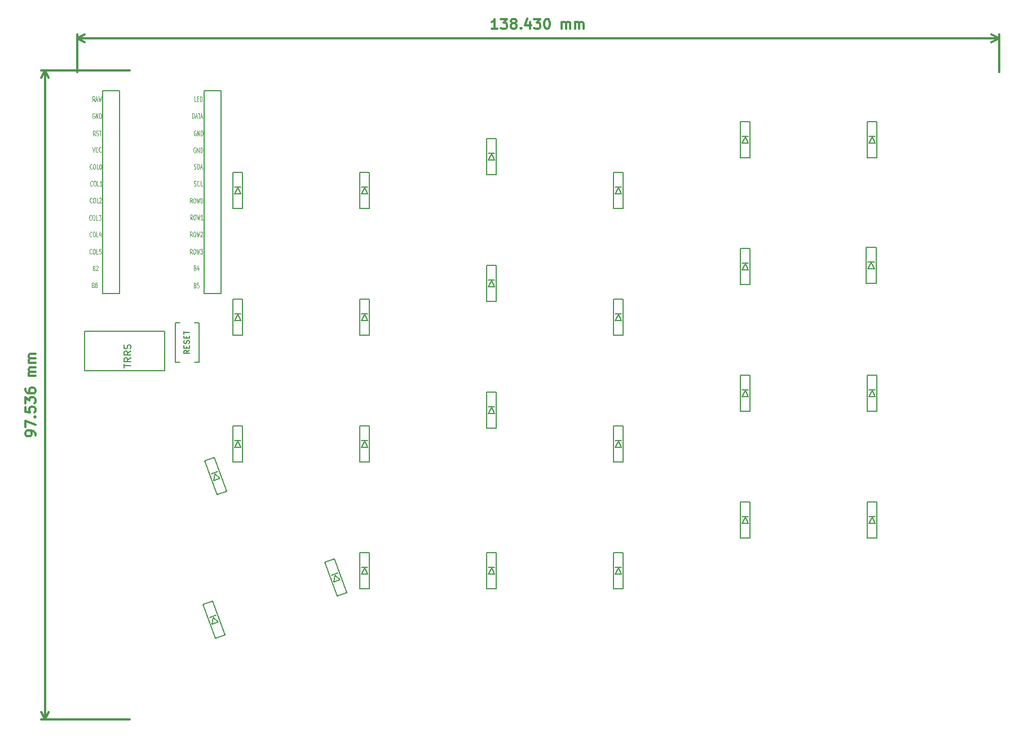
<source format=gbr>
G04 #@! TF.GenerationSoftware,KiCad,Pcbnew,(5.0.2)-1*
G04 #@! TF.CreationDate,2019-03-26T19:18:29+09:00*
G04 #@! TF.ProjectId,ergo50,6572676f-3530-42e6-9b69-6361645f7063,rev?*
G04 #@! TF.SameCoordinates,Original*
G04 #@! TF.FileFunction,Legend,Top*
G04 #@! TF.FilePolarity,Positive*
%FSLAX46Y46*%
G04 Gerber Fmt 4.6, Leading zero omitted, Abs format (unit mm)*
G04 Created by KiCad (PCBNEW (5.0.2)-1) date 2019/03/26 19:18:29*
%MOMM*%
%LPD*%
G01*
G04 APERTURE LIST*
%ADD10C,0.300000*%
%ADD11C,0.150000*%
%ADD12C,0.125000*%
G04 APERTURE END LIST*
D10*
X144423571Y-51918571D02*
X143566428Y-51918571D01*
X143995000Y-51918571D02*
X143995000Y-50418571D01*
X143852142Y-50632857D01*
X143709285Y-50775714D01*
X143566428Y-50847142D01*
X144923571Y-50418571D02*
X145852142Y-50418571D01*
X145352142Y-50990000D01*
X145566428Y-50990000D01*
X145709285Y-51061428D01*
X145780714Y-51132857D01*
X145852142Y-51275714D01*
X145852142Y-51632857D01*
X145780714Y-51775714D01*
X145709285Y-51847142D01*
X145566428Y-51918571D01*
X145137857Y-51918571D01*
X144995000Y-51847142D01*
X144923571Y-51775714D01*
X146709285Y-51061428D02*
X146566428Y-50990000D01*
X146495000Y-50918571D01*
X146423571Y-50775714D01*
X146423571Y-50704285D01*
X146495000Y-50561428D01*
X146566428Y-50490000D01*
X146709285Y-50418571D01*
X146995000Y-50418571D01*
X147137857Y-50490000D01*
X147209285Y-50561428D01*
X147280714Y-50704285D01*
X147280714Y-50775714D01*
X147209285Y-50918571D01*
X147137857Y-50990000D01*
X146995000Y-51061428D01*
X146709285Y-51061428D01*
X146566428Y-51132857D01*
X146495000Y-51204285D01*
X146423571Y-51347142D01*
X146423571Y-51632857D01*
X146495000Y-51775714D01*
X146566428Y-51847142D01*
X146709285Y-51918571D01*
X146995000Y-51918571D01*
X147137857Y-51847142D01*
X147209285Y-51775714D01*
X147280714Y-51632857D01*
X147280714Y-51347142D01*
X147209285Y-51204285D01*
X147137857Y-51132857D01*
X146995000Y-51061428D01*
X147923571Y-51775714D02*
X147995000Y-51847142D01*
X147923571Y-51918571D01*
X147852142Y-51847142D01*
X147923571Y-51775714D01*
X147923571Y-51918571D01*
X149280714Y-50918571D02*
X149280714Y-51918571D01*
X148923571Y-50347142D02*
X148566428Y-51418571D01*
X149495000Y-51418571D01*
X149923571Y-50418571D02*
X150852142Y-50418571D01*
X150352142Y-50990000D01*
X150566428Y-50990000D01*
X150709285Y-51061428D01*
X150780714Y-51132857D01*
X150852142Y-51275714D01*
X150852142Y-51632857D01*
X150780714Y-51775714D01*
X150709285Y-51847142D01*
X150566428Y-51918571D01*
X150137857Y-51918571D01*
X149995000Y-51847142D01*
X149923571Y-51775714D01*
X151780714Y-50418571D02*
X151923571Y-50418571D01*
X152066428Y-50490000D01*
X152137857Y-50561428D01*
X152209285Y-50704285D01*
X152280714Y-50990000D01*
X152280714Y-51347142D01*
X152209285Y-51632857D01*
X152137857Y-51775714D01*
X152066428Y-51847142D01*
X151923571Y-51918571D01*
X151780714Y-51918571D01*
X151637857Y-51847142D01*
X151566428Y-51775714D01*
X151495000Y-51632857D01*
X151423571Y-51347142D01*
X151423571Y-50990000D01*
X151495000Y-50704285D01*
X151566428Y-50561428D01*
X151637857Y-50490000D01*
X151780714Y-50418571D01*
X154066428Y-51918571D02*
X154066428Y-50918571D01*
X154066428Y-51061428D02*
X154137857Y-50990000D01*
X154280714Y-50918571D01*
X154495000Y-50918571D01*
X154637857Y-50990000D01*
X154709285Y-51132857D01*
X154709285Y-51918571D01*
X154709285Y-51132857D02*
X154780714Y-50990000D01*
X154923571Y-50918571D01*
X155137857Y-50918571D01*
X155280714Y-50990000D01*
X155352142Y-51132857D01*
X155352142Y-51918571D01*
X156066428Y-51918571D02*
X156066428Y-50918571D01*
X156066428Y-51061428D02*
X156137857Y-50990000D01*
X156280714Y-50918571D01*
X156495000Y-50918571D01*
X156637857Y-50990000D01*
X156709285Y-51132857D01*
X156709285Y-51918571D01*
X156709285Y-51132857D02*
X156780714Y-50990000D01*
X156923571Y-50918571D01*
X157137857Y-50918571D01*
X157280714Y-50990000D01*
X157352142Y-51132857D01*
X157352142Y-51918571D01*
X81280000Y-53340000D02*
X219710000Y-53340000D01*
X81280000Y-58420000D02*
X81280000Y-52753579D01*
X219710000Y-58420000D02*
X219710000Y-52753579D01*
X219710000Y-53340000D02*
X218583496Y-53926421D01*
X219710000Y-53340000D02*
X218583496Y-52753579D01*
X81280000Y-53340000D02*
X82406504Y-53926421D01*
X81280000Y-53340000D02*
X82406504Y-52753579D01*
X75032571Y-113005428D02*
X75032571Y-112719714D01*
X74961142Y-112576857D01*
X74889714Y-112505428D01*
X74675428Y-112362571D01*
X74389714Y-112291142D01*
X73818285Y-112291142D01*
X73675428Y-112362571D01*
X73604000Y-112434000D01*
X73532571Y-112576857D01*
X73532571Y-112862571D01*
X73604000Y-113005428D01*
X73675428Y-113076857D01*
X73818285Y-113148285D01*
X74175428Y-113148285D01*
X74318285Y-113076857D01*
X74389714Y-113005428D01*
X74461142Y-112862571D01*
X74461142Y-112576857D01*
X74389714Y-112434000D01*
X74318285Y-112362571D01*
X74175428Y-112291142D01*
X73532571Y-111791142D02*
X73532571Y-110791142D01*
X75032571Y-111434000D01*
X74889714Y-110219714D02*
X74961142Y-110148285D01*
X75032571Y-110219714D01*
X74961142Y-110291142D01*
X74889714Y-110219714D01*
X75032571Y-110219714D01*
X73532571Y-108791142D02*
X73532571Y-109505428D01*
X74246857Y-109576857D01*
X74175428Y-109505428D01*
X74104000Y-109362571D01*
X74104000Y-109005428D01*
X74175428Y-108862571D01*
X74246857Y-108791142D01*
X74389714Y-108719714D01*
X74746857Y-108719714D01*
X74889714Y-108791142D01*
X74961142Y-108862571D01*
X75032571Y-109005428D01*
X75032571Y-109362571D01*
X74961142Y-109505428D01*
X74889714Y-109576857D01*
X73532571Y-108219714D02*
X73532571Y-107291142D01*
X74104000Y-107791142D01*
X74104000Y-107576857D01*
X74175428Y-107434000D01*
X74246857Y-107362571D01*
X74389714Y-107291142D01*
X74746857Y-107291142D01*
X74889714Y-107362571D01*
X74961142Y-107434000D01*
X75032571Y-107576857D01*
X75032571Y-108005428D01*
X74961142Y-108148285D01*
X74889714Y-108219714D01*
X73532571Y-106005428D02*
X73532571Y-106291142D01*
X73604000Y-106434000D01*
X73675428Y-106505428D01*
X73889714Y-106648285D01*
X74175428Y-106719714D01*
X74746857Y-106719714D01*
X74889714Y-106648285D01*
X74961142Y-106576857D01*
X75032571Y-106434000D01*
X75032571Y-106148285D01*
X74961142Y-106005428D01*
X74889714Y-105934000D01*
X74746857Y-105862571D01*
X74389714Y-105862571D01*
X74246857Y-105934000D01*
X74175428Y-106005428D01*
X74104000Y-106148285D01*
X74104000Y-106434000D01*
X74175428Y-106576857D01*
X74246857Y-106648285D01*
X74389714Y-106719714D01*
X75032571Y-104076857D02*
X74032571Y-104076857D01*
X74175428Y-104076857D02*
X74104000Y-104005428D01*
X74032571Y-103862571D01*
X74032571Y-103648285D01*
X74104000Y-103505428D01*
X74246857Y-103434000D01*
X75032571Y-103434000D01*
X74246857Y-103434000D02*
X74104000Y-103362571D01*
X74032571Y-103219714D01*
X74032571Y-103005428D01*
X74104000Y-102862571D01*
X74246857Y-102791142D01*
X75032571Y-102791142D01*
X75032571Y-102076857D02*
X74032571Y-102076857D01*
X74175428Y-102076857D02*
X74104000Y-102005428D01*
X74032571Y-101862571D01*
X74032571Y-101648285D01*
X74104000Y-101505428D01*
X74246857Y-101434000D01*
X75032571Y-101434000D01*
X74246857Y-101434000D02*
X74104000Y-101362571D01*
X74032571Y-101219714D01*
X74032571Y-101005428D01*
X74104000Y-100862571D01*
X74246857Y-100791142D01*
X75032571Y-100791142D01*
X76454000Y-155702000D02*
X76454000Y-58166000D01*
X89154000Y-155702000D02*
X75867579Y-155702000D01*
X89154000Y-58166000D02*
X75867579Y-58166000D01*
X76454000Y-58166000D02*
X77040421Y-59292504D01*
X76454000Y-58166000D02*
X75867579Y-59292504D01*
X76454000Y-155702000D02*
X77040421Y-154575496D01*
X76454000Y-155702000D02*
X75867579Y-154575496D01*
D11*
G04 #@! TO.C,D26*
X201410000Y-128430000D02*
X199910000Y-128430000D01*
X201410000Y-123030000D02*
X201410000Y-128430000D01*
X199910000Y-123030000D02*
X201410000Y-123030000D01*
X199910000Y-128430000D02*
X199910000Y-123030000D01*
X200160000Y-125230000D02*
X201160000Y-125230000D01*
X201160000Y-126230000D02*
X200660000Y-125330000D01*
X200160000Y-126230000D02*
X201160000Y-126230000D01*
X200660000Y-125330000D02*
X200160000Y-126230000D01*
G04 #@! TO.C,D25*
X200660000Y-106280000D02*
X200160000Y-107180000D01*
X200160000Y-107180000D02*
X201160000Y-107180000D01*
X201160000Y-107180000D02*
X200660000Y-106280000D01*
X200160000Y-106180000D02*
X201160000Y-106180000D01*
X199910000Y-109380000D02*
X199910000Y-103980000D01*
X199910000Y-103980000D02*
X201410000Y-103980000D01*
X201410000Y-103980000D02*
X201410000Y-109380000D01*
X201410000Y-109380000D02*
X199910000Y-109380000D01*
G04 #@! TO.C,D24*
X201299384Y-90137371D02*
X199799384Y-90137371D01*
X201299384Y-84737371D02*
X201299384Y-90137371D01*
X199799384Y-84737371D02*
X201299384Y-84737371D01*
X199799384Y-90137371D02*
X199799384Y-84737371D01*
X200049384Y-86937371D02*
X201049384Y-86937371D01*
X201049384Y-87937371D02*
X200549384Y-87037371D01*
X200049384Y-87937371D02*
X201049384Y-87937371D01*
X200549384Y-87037371D02*
X200049384Y-87937371D01*
G04 #@! TO.C,D23*
X200660000Y-68180000D02*
X200160000Y-69080000D01*
X200160000Y-69080000D02*
X201160000Y-69080000D01*
X201160000Y-69080000D02*
X200660000Y-68180000D01*
X200160000Y-68080000D02*
X201160000Y-68080000D01*
X199910000Y-71280000D02*
X199910000Y-65880000D01*
X199910000Y-65880000D02*
X201410000Y-65880000D01*
X201410000Y-65880000D02*
X201410000Y-71280000D01*
X201410000Y-71280000D02*
X199910000Y-71280000D01*
G04 #@! TO.C,D22*
X181610000Y-125330000D02*
X181110000Y-126230000D01*
X181110000Y-126230000D02*
X182110000Y-126230000D01*
X182110000Y-126230000D02*
X181610000Y-125330000D01*
X181110000Y-125230000D02*
X182110000Y-125230000D01*
X180860000Y-128430000D02*
X180860000Y-123030000D01*
X180860000Y-123030000D02*
X182360000Y-123030000D01*
X182360000Y-123030000D02*
X182360000Y-128430000D01*
X182360000Y-128430000D02*
X180860000Y-128430000D01*
G04 #@! TO.C,D21*
X182360000Y-109380000D02*
X180860000Y-109380000D01*
X182360000Y-103980000D02*
X182360000Y-109380000D01*
X180860000Y-103980000D02*
X182360000Y-103980000D01*
X180860000Y-109380000D02*
X180860000Y-103980000D01*
X181110000Y-106180000D02*
X182110000Y-106180000D01*
X182110000Y-107180000D02*
X181610000Y-106280000D01*
X181110000Y-107180000D02*
X182110000Y-107180000D01*
X181610000Y-106280000D02*
X181110000Y-107180000D01*
G04 #@! TO.C,D20*
X181610000Y-87230000D02*
X181110000Y-88130000D01*
X181110000Y-88130000D02*
X182110000Y-88130000D01*
X182110000Y-88130000D02*
X181610000Y-87230000D01*
X181110000Y-87130000D02*
X182110000Y-87130000D01*
X180860000Y-90330000D02*
X180860000Y-84930000D01*
X180860000Y-84930000D02*
X182360000Y-84930000D01*
X182360000Y-84930000D02*
X182360000Y-90330000D01*
X182360000Y-90330000D02*
X180860000Y-90330000D01*
G04 #@! TO.C,D19*
X182360000Y-71280000D02*
X180860000Y-71280000D01*
X182360000Y-65880000D02*
X182360000Y-71280000D01*
X180860000Y-65880000D02*
X182360000Y-65880000D01*
X180860000Y-71280000D02*
X180860000Y-65880000D01*
X181110000Y-68080000D02*
X182110000Y-68080000D01*
X182110000Y-69080000D02*
X181610000Y-68180000D01*
X181110000Y-69080000D02*
X182110000Y-69080000D01*
X181610000Y-68180000D02*
X181110000Y-69080000D01*
G04 #@! TO.C,D18*
X163310000Y-136050000D02*
X161810000Y-136050000D01*
X163310000Y-130650000D02*
X163310000Y-136050000D01*
X161810000Y-130650000D02*
X163310000Y-130650000D01*
X161810000Y-136050000D02*
X161810000Y-130650000D01*
X162060000Y-132850000D02*
X163060000Y-132850000D01*
X163060000Y-133850000D02*
X162560000Y-132950000D01*
X162060000Y-133850000D02*
X163060000Y-133850000D01*
X162560000Y-132950000D02*
X162060000Y-133850000D01*
G04 #@! TO.C,D17*
X162560000Y-113900000D02*
X162060000Y-114800000D01*
X162060000Y-114800000D02*
X163060000Y-114800000D01*
X163060000Y-114800000D02*
X162560000Y-113900000D01*
X162060000Y-113800000D02*
X163060000Y-113800000D01*
X161810000Y-117000000D02*
X161810000Y-111600000D01*
X161810000Y-111600000D02*
X163310000Y-111600000D01*
X163310000Y-111600000D02*
X163310000Y-117000000D01*
X163310000Y-117000000D02*
X161810000Y-117000000D01*
G04 #@! TO.C,D16*
X163310000Y-97950000D02*
X161810000Y-97950000D01*
X163310000Y-92550000D02*
X163310000Y-97950000D01*
X161810000Y-92550000D02*
X163310000Y-92550000D01*
X161810000Y-97950000D02*
X161810000Y-92550000D01*
X162060000Y-94750000D02*
X163060000Y-94750000D01*
X163060000Y-95750000D02*
X162560000Y-94850000D01*
X162060000Y-95750000D02*
X163060000Y-95750000D01*
X162560000Y-94850000D02*
X162060000Y-95750000D01*
G04 #@! TO.C,D15*
X162560000Y-75800000D02*
X162060000Y-76700000D01*
X162060000Y-76700000D02*
X163060000Y-76700000D01*
X163060000Y-76700000D02*
X162560000Y-75800000D01*
X162060000Y-75700000D02*
X163060000Y-75700000D01*
X161810000Y-78900000D02*
X161810000Y-73500000D01*
X161810000Y-73500000D02*
X163310000Y-73500000D01*
X163310000Y-73500000D02*
X163310000Y-78900000D01*
X163310000Y-78900000D02*
X161810000Y-78900000D01*
G04 #@! TO.C,D14*
X143510000Y-132950000D02*
X143010000Y-133850000D01*
X143010000Y-133850000D02*
X144010000Y-133850000D01*
X144010000Y-133850000D02*
X143510000Y-132950000D01*
X143010000Y-132850000D02*
X144010000Y-132850000D01*
X142760000Y-136050000D02*
X142760000Y-130650000D01*
X142760000Y-130650000D02*
X144260000Y-130650000D01*
X144260000Y-130650000D02*
X144260000Y-136050000D01*
X144260000Y-136050000D02*
X142760000Y-136050000D01*
G04 #@! TO.C,D13*
X144260000Y-111920000D02*
X142760000Y-111920000D01*
X144260000Y-106520000D02*
X144260000Y-111920000D01*
X142760000Y-106520000D02*
X144260000Y-106520000D01*
X142760000Y-111920000D02*
X142760000Y-106520000D01*
X143010000Y-108720000D02*
X144010000Y-108720000D01*
X144010000Y-109720000D02*
X143510000Y-108820000D01*
X143010000Y-109720000D02*
X144010000Y-109720000D01*
X143510000Y-108820000D02*
X143010000Y-109720000D01*
G04 #@! TO.C,D12*
X143510000Y-89770000D02*
X143010000Y-90670000D01*
X143010000Y-90670000D02*
X144010000Y-90670000D01*
X144010000Y-90670000D02*
X143510000Y-89770000D01*
X143010000Y-89670000D02*
X144010000Y-89670000D01*
X142760000Y-92870000D02*
X142760000Y-87470000D01*
X142760000Y-87470000D02*
X144260000Y-87470000D01*
X144260000Y-87470000D02*
X144260000Y-92870000D01*
X144260000Y-92870000D02*
X142760000Y-92870000D01*
G04 #@! TO.C,D11*
X144260000Y-73820000D02*
X142760000Y-73820000D01*
X144260000Y-68420000D02*
X144260000Y-73820000D01*
X142760000Y-68420000D02*
X144260000Y-68420000D01*
X142760000Y-73820000D02*
X142760000Y-68420000D01*
X143010000Y-70620000D02*
X144010000Y-70620000D01*
X144010000Y-71620000D02*
X143510000Y-70720000D01*
X143010000Y-71620000D02*
X144010000Y-71620000D01*
X143510000Y-70720000D02*
X143010000Y-71620000D01*
G04 #@! TO.C,D9*
X124460000Y-113900000D02*
X123960000Y-114800000D01*
X123960000Y-114800000D02*
X124960000Y-114800000D01*
X124960000Y-114800000D02*
X124460000Y-113900000D01*
X123960000Y-113800000D02*
X124960000Y-113800000D01*
X123710000Y-117000000D02*
X123710000Y-111600000D01*
X123710000Y-111600000D02*
X125210000Y-111600000D01*
X125210000Y-111600000D02*
X125210000Y-117000000D01*
X125210000Y-117000000D02*
X123710000Y-117000000D01*
G04 #@! TO.C,D8*
X125210000Y-97950000D02*
X123710000Y-97950000D01*
X125210000Y-92550000D02*
X125210000Y-97950000D01*
X123710000Y-92550000D02*
X125210000Y-92550000D01*
X123710000Y-97950000D02*
X123710000Y-92550000D01*
X123960000Y-94750000D02*
X124960000Y-94750000D01*
X124960000Y-95750000D02*
X124460000Y-94850000D01*
X123960000Y-95750000D02*
X124960000Y-95750000D01*
X124460000Y-94850000D02*
X123960000Y-95750000D01*
G04 #@! TO.C,D7*
X124460000Y-75800000D02*
X123960000Y-76700000D01*
X123960000Y-76700000D02*
X124960000Y-76700000D01*
X124960000Y-76700000D02*
X124460000Y-75800000D01*
X123960000Y-75700000D02*
X124960000Y-75700000D01*
X123710000Y-78900000D02*
X123710000Y-73500000D01*
X123710000Y-73500000D02*
X125210000Y-73500000D01*
X125210000Y-73500000D02*
X125210000Y-78900000D01*
X125210000Y-78900000D02*
X123710000Y-78900000D01*
G04 #@! TO.C,D5*
X105410000Y-113900000D02*
X104910000Y-114800000D01*
X104910000Y-114800000D02*
X105910000Y-114800000D01*
X105910000Y-114800000D02*
X105410000Y-113900000D01*
X104910000Y-113800000D02*
X105910000Y-113800000D01*
X104660000Y-117000000D02*
X104660000Y-111600000D01*
X104660000Y-111600000D02*
X106160000Y-111600000D01*
X106160000Y-111600000D02*
X106160000Y-117000000D01*
X106160000Y-117000000D02*
X104660000Y-117000000D01*
G04 #@! TO.C,D4*
X105410000Y-94850000D02*
X104910000Y-95750000D01*
X104910000Y-95750000D02*
X105910000Y-95750000D01*
X105910000Y-95750000D02*
X105410000Y-94850000D01*
X104910000Y-94750000D02*
X105910000Y-94750000D01*
X104660000Y-97950000D02*
X104660000Y-92550000D01*
X104660000Y-92550000D02*
X106160000Y-92550000D01*
X106160000Y-92550000D02*
X106160000Y-97950000D01*
X106160000Y-97950000D02*
X104660000Y-97950000D01*
G04 #@! TO.C,D3*
X106160000Y-78900000D02*
X104660000Y-78900000D01*
X106160000Y-73500000D02*
X106160000Y-78900000D01*
X104660000Y-73500000D02*
X106160000Y-73500000D01*
X104660000Y-78900000D02*
X104660000Y-73500000D01*
X104910000Y-75700000D02*
X105910000Y-75700000D01*
X105910000Y-76700000D02*
X105410000Y-75800000D01*
X104910000Y-76700000D02*
X105910000Y-76700000D01*
X105410000Y-75800000D02*
X104910000Y-76700000D01*
G04 #@! TO.C,D10*
X125210000Y-136050000D02*
X123710000Y-136050000D01*
X125210000Y-130650000D02*
X125210000Y-136050000D01*
X123710000Y-130650000D02*
X125210000Y-130650000D01*
X123710000Y-136050000D02*
X123710000Y-130650000D01*
X123960000Y-132850000D02*
X124960000Y-132850000D01*
X124960000Y-133850000D02*
X124460000Y-132950000D01*
X123960000Y-133850000D02*
X124960000Y-133850000D01*
X124460000Y-132950000D02*
X123960000Y-133850000D01*
G04 #@! TO.C,D1*
X101971192Y-118750123D02*
X101809164Y-119766856D01*
X101809164Y-119766856D02*
X102748856Y-119424836D01*
X102748856Y-119424836D02*
X101971192Y-118750123D01*
X101467144Y-118827164D02*
X102406836Y-118485144D01*
X102326685Y-121919685D02*
X100479776Y-116845345D01*
X100479776Y-116845345D02*
X101889315Y-116332315D01*
X101889315Y-116332315D02*
X103736224Y-121406655D01*
X103736224Y-121406655D02*
X102326685Y-121919685D01*
G04 #@! TO.C,D6*
X121770224Y-136646655D02*
X120360685Y-137159685D01*
X119923315Y-131572315D02*
X121770224Y-136646655D01*
X118513776Y-132085345D02*
X119923315Y-131572315D01*
X120360685Y-137159685D02*
X118513776Y-132085345D01*
X119501144Y-134067164D02*
X120440836Y-133725144D01*
X120782856Y-134664836D02*
X120005192Y-133990123D01*
X119843164Y-135006856D02*
X120782856Y-134664836D01*
X120005192Y-133990123D02*
X119843164Y-135006856D01*
G04 #@! TO.C,D2*
X101717192Y-140340123D02*
X101555164Y-141356856D01*
X101555164Y-141356856D02*
X102494856Y-141014836D01*
X102494856Y-141014836D02*
X101717192Y-140340123D01*
X101213144Y-140417164D02*
X102152836Y-140075144D01*
X102072685Y-143509685D02*
X100225776Y-138435345D01*
X100225776Y-138435345D02*
X101635315Y-137922315D01*
X101635315Y-137922315D02*
X103482224Y-142996655D01*
X103482224Y-142996655D02*
X102072685Y-143509685D01*
G04 #@! TO.C,D1*
X102326685Y-121919685D02*
X103736224Y-121406655D01*
X100479776Y-116845345D02*
X102326685Y-121919685D01*
X101889315Y-116332315D02*
X100479776Y-116845345D01*
X103736224Y-121406655D02*
X101889315Y-116332315D01*
X102406836Y-118485144D02*
X101467144Y-118827164D01*
X101809164Y-119766856D02*
X101971192Y-118750123D01*
X102748856Y-119424836D02*
X101809164Y-119766856D01*
X101971192Y-118750123D02*
X102748856Y-119424836D01*
G04 #@! TO.C,D2*
X102072685Y-143509685D02*
X103482224Y-142996655D01*
X100225776Y-138435345D02*
X102072685Y-143509685D01*
X101635315Y-137922315D02*
X100225776Y-138435345D01*
X103482224Y-142996655D02*
X101635315Y-137922315D01*
X102152836Y-140075144D02*
X101213144Y-140417164D01*
X101555164Y-141356856D02*
X101717192Y-140340123D01*
X102494856Y-141014836D02*
X101555164Y-141356856D01*
X101717192Y-140340123D02*
X102494856Y-141014836D01*
G04 #@! TO.C,D3*
X105410000Y-75800000D02*
X105910000Y-76700000D01*
X105910000Y-76700000D02*
X104910000Y-76700000D01*
X104910000Y-76700000D02*
X105410000Y-75800000D01*
X105910000Y-75700000D02*
X104910000Y-75700000D01*
X106160000Y-78900000D02*
X106160000Y-73500000D01*
X106160000Y-73500000D02*
X104660000Y-73500000D01*
X104660000Y-73500000D02*
X104660000Y-78900000D01*
X104660000Y-78900000D02*
X106160000Y-78900000D01*
G04 #@! TO.C,D4*
X104660000Y-97950000D02*
X106160000Y-97950000D01*
X104660000Y-92550000D02*
X104660000Y-97950000D01*
X106160000Y-92550000D02*
X104660000Y-92550000D01*
X106160000Y-97950000D02*
X106160000Y-92550000D01*
X105910000Y-94750000D02*
X104910000Y-94750000D01*
X104910000Y-95750000D02*
X105410000Y-94850000D01*
X105910000Y-95750000D02*
X104910000Y-95750000D01*
X105410000Y-94850000D02*
X105910000Y-95750000D01*
G04 #@! TO.C,D5*
X104660000Y-117000000D02*
X106160000Y-117000000D01*
X104660000Y-111600000D02*
X104660000Y-117000000D01*
X106160000Y-111600000D02*
X104660000Y-111600000D01*
X106160000Y-117000000D02*
X106160000Y-111600000D01*
X105910000Y-113800000D02*
X104910000Y-113800000D01*
X104910000Y-114800000D02*
X105410000Y-113900000D01*
X105910000Y-114800000D02*
X104910000Y-114800000D01*
X105410000Y-113900000D02*
X105910000Y-114800000D01*
G04 #@! TO.C,D6*
X120005192Y-133990123D02*
X120782856Y-134664836D01*
X120782856Y-134664836D02*
X119843164Y-135006856D01*
X119843164Y-135006856D02*
X120005192Y-133990123D01*
X120440836Y-133725144D02*
X119501144Y-134067164D01*
X121770224Y-136646655D02*
X119923315Y-131572315D01*
X119923315Y-131572315D02*
X118513776Y-132085345D01*
X118513776Y-132085345D02*
X120360685Y-137159685D01*
X120360685Y-137159685D02*
X121770224Y-136646655D01*
G04 #@! TO.C,D7*
X123710000Y-78900000D02*
X125210000Y-78900000D01*
X123710000Y-73500000D02*
X123710000Y-78900000D01*
X125210000Y-73500000D02*
X123710000Y-73500000D01*
X125210000Y-78900000D02*
X125210000Y-73500000D01*
X124960000Y-75700000D02*
X123960000Y-75700000D01*
X123960000Y-76700000D02*
X124460000Y-75800000D01*
X124960000Y-76700000D02*
X123960000Y-76700000D01*
X124460000Y-75800000D02*
X124960000Y-76700000D01*
G04 #@! TO.C,D8*
X124460000Y-94850000D02*
X124960000Y-95750000D01*
X124960000Y-95750000D02*
X123960000Y-95750000D01*
X123960000Y-95750000D02*
X124460000Y-94850000D01*
X124960000Y-94750000D02*
X123960000Y-94750000D01*
X125210000Y-97950000D02*
X125210000Y-92550000D01*
X125210000Y-92550000D02*
X123710000Y-92550000D01*
X123710000Y-92550000D02*
X123710000Y-97950000D01*
X123710000Y-97950000D02*
X125210000Y-97950000D01*
G04 #@! TO.C,D9*
X123710000Y-117000000D02*
X125210000Y-117000000D01*
X123710000Y-111600000D02*
X123710000Y-117000000D01*
X125210000Y-111600000D02*
X123710000Y-111600000D01*
X125210000Y-117000000D02*
X125210000Y-111600000D01*
X124960000Y-113800000D02*
X123960000Y-113800000D01*
X123960000Y-114800000D02*
X124460000Y-113900000D01*
X124960000Y-114800000D02*
X123960000Y-114800000D01*
X124460000Y-113900000D02*
X124960000Y-114800000D01*
G04 #@! TO.C,D10*
X124460000Y-132950000D02*
X124960000Y-133850000D01*
X124960000Y-133850000D02*
X123960000Y-133850000D01*
X123960000Y-133850000D02*
X124460000Y-132950000D01*
X124960000Y-132850000D02*
X123960000Y-132850000D01*
X125210000Y-136050000D02*
X125210000Y-130650000D01*
X125210000Y-130650000D02*
X123710000Y-130650000D01*
X123710000Y-130650000D02*
X123710000Y-136050000D01*
X123710000Y-136050000D02*
X125210000Y-136050000D01*
G04 #@! TO.C,D11*
X143510000Y-70720000D02*
X144010000Y-71620000D01*
X144010000Y-71620000D02*
X143010000Y-71620000D01*
X143010000Y-71620000D02*
X143510000Y-70720000D01*
X144010000Y-70620000D02*
X143010000Y-70620000D01*
X144260000Y-73820000D02*
X144260000Y-68420000D01*
X144260000Y-68420000D02*
X142760000Y-68420000D01*
X142760000Y-68420000D02*
X142760000Y-73820000D01*
X142760000Y-73820000D02*
X144260000Y-73820000D01*
G04 #@! TO.C,D12*
X142760000Y-92870000D02*
X144260000Y-92870000D01*
X142760000Y-87470000D02*
X142760000Y-92870000D01*
X144260000Y-87470000D02*
X142760000Y-87470000D01*
X144260000Y-92870000D02*
X144260000Y-87470000D01*
X144010000Y-89670000D02*
X143010000Y-89670000D01*
X143010000Y-90670000D02*
X143510000Y-89770000D01*
X144010000Y-90670000D02*
X143010000Y-90670000D01*
X143510000Y-89770000D02*
X144010000Y-90670000D01*
G04 #@! TO.C,D13*
X143510000Y-108820000D02*
X144010000Y-109720000D01*
X144010000Y-109720000D02*
X143010000Y-109720000D01*
X143010000Y-109720000D02*
X143510000Y-108820000D01*
X144010000Y-108720000D02*
X143010000Y-108720000D01*
X144260000Y-111920000D02*
X144260000Y-106520000D01*
X144260000Y-106520000D02*
X142760000Y-106520000D01*
X142760000Y-106520000D02*
X142760000Y-111920000D01*
X142760000Y-111920000D02*
X144260000Y-111920000D01*
G04 #@! TO.C,D14*
X142760000Y-136050000D02*
X144260000Y-136050000D01*
X142760000Y-130650000D02*
X142760000Y-136050000D01*
X144260000Y-130650000D02*
X142760000Y-130650000D01*
X144260000Y-136050000D02*
X144260000Y-130650000D01*
X144010000Y-132850000D02*
X143010000Y-132850000D01*
X143010000Y-133850000D02*
X143510000Y-132950000D01*
X144010000Y-133850000D02*
X143010000Y-133850000D01*
X143510000Y-132950000D02*
X144010000Y-133850000D01*
G04 #@! TO.C,D15*
X161810000Y-78900000D02*
X163310000Y-78900000D01*
X161810000Y-73500000D02*
X161810000Y-78900000D01*
X163310000Y-73500000D02*
X161810000Y-73500000D01*
X163310000Y-78900000D02*
X163310000Y-73500000D01*
X163060000Y-75700000D02*
X162060000Y-75700000D01*
X162060000Y-76700000D02*
X162560000Y-75800000D01*
X163060000Y-76700000D02*
X162060000Y-76700000D01*
X162560000Y-75800000D02*
X163060000Y-76700000D01*
G04 #@! TO.C,D16*
X162560000Y-94850000D02*
X163060000Y-95750000D01*
X163060000Y-95750000D02*
X162060000Y-95750000D01*
X162060000Y-95750000D02*
X162560000Y-94850000D01*
X163060000Y-94750000D02*
X162060000Y-94750000D01*
X163310000Y-97950000D02*
X163310000Y-92550000D01*
X163310000Y-92550000D02*
X161810000Y-92550000D01*
X161810000Y-92550000D02*
X161810000Y-97950000D01*
X161810000Y-97950000D02*
X163310000Y-97950000D01*
G04 #@! TO.C,D17*
X161810000Y-117000000D02*
X163310000Y-117000000D01*
X161810000Y-111600000D02*
X161810000Y-117000000D01*
X163310000Y-111600000D02*
X161810000Y-111600000D01*
X163310000Y-117000000D02*
X163310000Y-111600000D01*
X163060000Y-113800000D02*
X162060000Y-113800000D01*
X162060000Y-114800000D02*
X162560000Y-113900000D01*
X163060000Y-114800000D02*
X162060000Y-114800000D01*
X162560000Y-113900000D02*
X163060000Y-114800000D01*
G04 #@! TO.C,D18*
X162560000Y-132950000D02*
X163060000Y-133850000D01*
X163060000Y-133850000D02*
X162060000Y-133850000D01*
X162060000Y-133850000D02*
X162560000Y-132950000D01*
X163060000Y-132850000D02*
X162060000Y-132850000D01*
X163310000Y-136050000D02*
X163310000Y-130650000D01*
X163310000Y-130650000D02*
X161810000Y-130650000D01*
X161810000Y-130650000D02*
X161810000Y-136050000D01*
X161810000Y-136050000D02*
X163310000Y-136050000D01*
G04 #@! TO.C,D19*
X181610000Y-68180000D02*
X182110000Y-69080000D01*
X182110000Y-69080000D02*
X181110000Y-69080000D01*
X181110000Y-69080000D02*
X181610000Y-68180000D01*
X182110000Y-68080000D02*
X181110000Y-68080000D01*
X182360000Y-71280000D02*
X182360000Y-65880000D01*
X182360000Y-65880000D02*
X180860000Y-65880000D01*
X180860000Y-65880000D02*
X180860000Y-71280000D01*
X180860000Y-71280000D02*
X182360000Y-71280000D01*
G04 #@! TO.C,D20*
X180860000Y-90330000D02*
X182360000Y-90330000D01*
X180860000Y-84930000D02*
X180860000Y-90330000D01*
X182360000Y-84930000D02*
X180860000Y-84930000D01*
X182360000Y-90330000D02*
X182360000Y-84930000D01*
X182110000Y-87130000D02*
X181110000Y-87130000D01*
X181110000Y-88130000D02*
X181610000Y-87230000D01*
X182110000Y-88130000D02*
X181110000Y-88130000D01*
X181610000Y-87230000D02*
X182110000Y-88130000D01*
G04 #@! TO.C,D21*
X181610000Y-106280000D02*
X182110000Y-107180000D01*
X182110000Y-107180000D02*
X181110000Y-107180000D01*
X181110000Y-107180000D02*
X181610000Y-106280000D01*
X182110000Y-106180000D02*
X181110000Y-106180000D01*
X182360000Y-109380000D02*
X182360000Y-103980000D01*
X182360000Y-103980000D02*
X180860000Y-103980000D01*
X180860000Y-103980000D02*
X180860000Y-109380000D01*
X180860000Y-109380000D02*
X182360000Y-109380000D01*
G04 #@! TO.C,D22*
X180860000Y-128430000D02*
X182360000Y-128430000D01*
X180860000Y-123030000D02*
X180860000Y-128430000D01*
X182360000Y-123030000D02*
X180860000Y-123030000D01*
X182360000Y-128430000D02*
X182360000Y-123030000D01*
X182110000Y-125230000D02*
X181110000Y-125230000D01*
X181110000Y-126230000D02*
X181610000Y-125330000D01*
X182110000Y-126230000D02*
X181110000Y-126230000D01*
X181610000Y-125330000D02*
X182110000Y-126230000D01*
G04 #@! TO.C,D23*
X199910000Y-71280000D02*
X201410000Y-71280000D01*
X199910000Y-65880000D02*
X199910000Y-71280000D01*
X201410000Y-65880000D02*
X199910000Y-65880000D01*
X201410000Y-71280000D02*
X201410000Y-65880000D01*
X201160000Y-68080000D02*
X200160000Y-68080000D01*
X200160000Y-69080000D02*
X200660000Y-68180000D01*
X201160000Y-69080000D02*
X200160000Y-69080000D01*
X200660000Y-68180000D02*
X201160000Y-69080000D01*
G04 #@! TO.C,D24*
X200549384Y-87037371D02*
X201049384Y-87937371D01*
X201049384Y-87937371D02*
X200049384Y-87937371D01*
X200049384Y-87937371D02*
X200549384Y-87037371D01*
X201049384Y-86937371D02*
X200049384Y-86937371D01*
X201299384Y-90137371D02*
X201299384Y-84737371D01*
X201299384Y-84737371D02*
X199799384Y-84737371D01*
X199799384Y-84737371D02*
X199799384Y-90137371D01*
X199799384Y-90137371D02*
X201299384Y-90137371D01*
G04 #@! TO.C,D25*
X199910000Y-109380000D02*
X201410000Y-109380000D01*
X199910000Y-103980000D02*
X199910000Y-109380000D01*
X201410000Y-103980000D02*
X199910000Y-103980000D01*
X201410000Y-109380000D02*
X201410000Y-103980000D01*
X201160000Y-106180000D02*
X200160000Y-106180000D01*
X200160000Y-107180000D02*
X200660000Y-106280000D01*
X201160000Y-107180000D02*
X200160000Y-107180000D01*
X200660000Y-106280000D02*
X201160000Y-107180000D01*
G04 #@! TO.C,D26*
X200660000Y-125330000D02*
X201160000Y-126230000D01*
X201160000Y-126230000D02*
X200160000Y-126230000D01*
X200160000Y-126230000D02*
X200660000Y-125330000D01*
X201160000Y-125230000D02*
X200160000Y-125230000D01*
X201410000Y-128430000D02*
X201410000Y-123030000D01*
X201410000Y-123030000D02*
X199910000Y-123030000D01*
X199910000Y-123030000D02*
X199910000Y-128430000D01*
X199910000Y-128430000D02*
X201410000Y-128430000D01*
G04 #@! TO.C,J1*
X82434000Y-103330000D02*
X82434000Y-97330000D01*
X82434000Y-97330000D02*
X94434000Y-97330000D01*
X94434000Y-97330000D02*
X94434000Y-103330000D01*
X94434000Y-103330000D02*
X82434000Y-103330000D01*
G04 #@! TO.C,SW27*
X99590000Y-102060000D02*
X99590000Y-96060000D01*
X96090000Y-96060000D02*
X96090000Y-102060000D01*
X99590000Y-102060000D02*
X98890000Y-102060000D01*
X96090000Y-102060000D02*
X96690000Y-102060000D01*
X96090000Y-96060000D02*
X96690000Y-96060000D01*
X99590000Y-96060000D02*
X98890000Y-96060000D01*
G04 #@! TO.C,U1*
X100366400Y-91694000D02*
X100366400Y-61214000D01*
X102906400Y-91694000D02*
X100366400Y-91694000D01*
X102906400Y-61214000D02*
X102906400Y-91694000D01*
X100366400Y-61214000D02*
X102906400Y-61214000D01*
X85146400Y-91694000D02*
X85146400Y-61214000D01*
X87686400Y-91694000D02*
X85146400Y-91694000D01*
X87686400Y-61214000D02*
X87686400Y-91694000D01*
X85146400Y-61214000D02*
X87686400Y-61214000D01*
G04 #@! TO.C,J1*
X88336380Y-102841904D02*
X88336380Y-102270476D01*
X89336380Y-102556190D02*
X88336380Y-102556190D01*
X89336380Y-101365714D02*
X88860190Y-101699047D01*
X89336380Y-101937142D02*
X88336380Y-101937142D01*
X88336380Y-101556190D01*
X88384000Y-101460952D01*
X88431619Y-101413333D01*
X88526857Y-101365714D01*
X88669714Y-101365714D01*
X88764952Y-101413333D01*
X88812571Y-101460952D01*
X88860190Y-101556190D01*
X88860190Y-101937142D01*
X89336380Y-100365714D02*
X88860190Y-100699047D01*
X89336380Y-100937142D02*
X88336380Y-100937142D01*
X88336380Y-100556190D01*
X88384000Y-100460952D01*
X88431619Y-100413333D01*
X88526857Y-100365714D01*
X88669714Y-100365714D01*
X88764952Y-100413333D01*
X88812571Y-100460952D01*
X88860190Y-100556190D01*
X88860190Y-100937142D01*
X89288761Y-99984761D02*
X89336380Y-99841904D01*
X89336380Y-99603809D01*
X89288761Y-99508571D01*
X89241142Y-99460952D01*
X89145904Y-99413333D01*
X89050666Y-99413333D01*
X88955428Y-99460952D01*
X88907809Y-99508571D01*
X88860190Y-99603809D01*
X88812571Y-99794285D01*
X88764952Y-99889523D01*
X88717333Y-99937142D01*
X88622095Y-99984761D01*
X88526857Y-99984761D01*
X88431619Y-99937142D01*
X88384000Y-99889523D01*
X88336380Y-99794285D01*
X88336380Y-99556190D01*
X88384000Y-99413333D01*
G04 #@! TO.C,SW27*
X98151904Y-100221904D02*
X97770952Y-100488571D01*
X98151904Y-100679047D02*
X97351904Y-100679047D01*
X97351904Y-100374285D01*
X97390000Y-100298095D01*
X97428095Y-100260000D01*
X97504285Y-100221904D01*
X97618571Y-100221904D01*
X97694761Y-100260000D01*
X97732857Y-100298095D01*
X97770952Y-100374285D01*
X97770952Y-100679047D01*
X97732857Y-99879047D02*
X97732857Y-99612380D01*
X98151904Y-99498095D02*
X98151904Y-99879047D01*
X97351904Y-99879047D01*
X97351904Y-99498095D01*
X98113809Y-99193333D02*
X98151904Y-99079047D01*
X98151904Y-98888571D01*
X98113809Y-98812380D01*
X98075714Y-98774285D01*
X97999523Y-98736190D01*
X97923333Y-98736190D01*
X97847142Y-98774285D01*
X97809047Y-98812380D01*
X97770952Y-98888571D01*
X97732857Y-99040952D01*
X97694761Y-99117142D01*
X97656666Y-99155238D01*
X97580476Y-99193333D01*
X97504285Y-99193333D01*
X97428095Y-99155238D01*
X97390000Y-99117142D01*
X97351904Y-99040952D01*
X97351904Y-98850476D01*
X97390000Y-98736190D01*
X97732857Y-98393333D02*
X97732857Y-98126666D01*
X98151904Y-98012380D02*
X98151904Y-98393333D01*
X97351904Y-98393333D01*
X97351904Y-98012380D01*
X97351904Y-97783809D02*
X97351904Y-97326666D01*
X98151904Y-97555238D02*
X97351904Y-97555238D01*
G04 #@! TO.C,U1*
D12*
X98599047Y-80603285D02*
X98432380Y-80246142D01*
X98313333Y-80603285D02*
X98313333Y-79853285D01*
X98503809Y-79853285D01*
X98551428Y-79889000D01*
X98575238Y-79924714D01*
X98599047Y-79996142D01*
X98599047Y-80103285D01*
X98575238Y-80174714D01*
X98551428Y-80210428D01*
X98503809Y-80246142D01*
X98313333Y-80246142D01*
X98908571Y-79853285D02*
X99003809Y-79853285D01*
X99051428Y-79889000D01*
X99099047Y-79960428D01*
X99122857Y-80103285D01*
X99122857Y-80353285D01*
X99099047Y-80496142D01*
X99051428Y-80567571D01*
X99003809Y-80603285D01*
X98908571Y-80603285D01*
X98860952Y-80567571D01*
X98813333Y-80496142D01*
X98789523Y-80353285D01*
X98789523Y-80103285D01*
X98813333Y-79960428D01*
X98860952Y-79889000D01*
X98908571Y-79853285D01*
X99289523Y-79853285D02*
X99408571Y-80603285D01*
X99503809Y-80067571D01*
X99599047Y-80603285D01*
X99718095Y-79853285D01*
X100170476Y-80603285D02*
X99884761Y-80603285D01*
X100027619Y-80603285D02*
X100027619Y-79853285D01*
X99980000Y-79960428D01*
X99932380Y-80031857D01*
X99884761Y-80067571D01*
X83482380Y-83079857D02*
X83458571Y-83115571D01*
X83387142Y-83151285D01*
X83339523Y-83151285D01*
X83268095Y-83115571D01*
X83220476Y-83044142D01*
X83196666Y-82972714D01*
X83172857Y-82829857D01*
X83172857Y-82722714D01*
X83196666Y-82579857D01*
X83220476Y-82508428D01*
X83268095Y-82437000D01*
X83339523Y-82401285D01*
X83387142Y-82401285D01*
X83458571Y-82437000D01*
X83482380Y-82472714D01*
X83791904Y-82401285D02*
X83887142Y-82401285D01*
X83934761Y-82437000D01*
X83982380Y-82508428D01*
X84006190Y-82651285D01*
X84006190Y-82901285D01*
X83982380Y-83044142D01*
X83934761Y-83115571D01*
X83887142Y-83151285D01*
X83791904Y-83151285D01*
X83744285Y-83115571D01*
X83696666Y-83044142D01*
X83672857Y-82901285D01*
X83672857Y-82651285D01*
X83696666Y-82508428D01*
X83744285Y-82437000D01*
X83791904Y-82401285D01*
X84458571Y-83151285D02*
X84220476Y-83151285D01*
X84220476Y-82401285D01*
X84839523Y-82651285D02*
X84839523Y-83151285D01*
X84720476Y-82365571D02*
X84601428Y-82901285D01*
X84910952Y-82901285D01*
X98549047Y-83151285D02*
X98382380Y-82794142D01*
X98263333Y-83151285D02*
X98263333Y-82401285D01*
X98453809Y-82401285D01*
X98501428Y-82437000D01*
X98525238Y-82472714D01*
X98549047Y-82544142D01*
X98549047Y-82651285D01*
X98525238Y-82722714D01*
X98501428Y-82758428D01*
X98453809Y-82794142D01*
X98263333Y-82794142D01*
X98858571Y-82401285D02*
X98953809Y-82401285D01*
X99001428Y-82437000D01*
X99049047Y-82508428D01*
X99072857Y-82651285D01*
X99072857Y-82901285D01*
X99049047Y-83044142D01*
X99001428Y-83115571D01*
X98953809Y-83151285D01*
X98858571Y-83151285D01*
X98810952Y-83115571D01*
X98763333Y-83044142D01*
X98739523Y-82901285D01*
X98739523Y-82651285D01*
X98763333Y-82508428D01*
X98810952Y-82437000D01*
X98858571Y-82401285D01*
X99239523Y-82401285D02*
X99358571Y-83151285D01*
X99453809Y-82615571D01*
X99549047Y-83151285D01*
X99668095Y-82401285D01*
X99834761Y-82472714D02*
X99858571Y-82437000D01*
X99906190Y-82401285D01*
X100025238Y-82401285D01*
X100072857Y-82437000D01*
X100096666Y-82472714D01*
X100120476Y-82544142D01*
X100120476Y-82615571D01*
X100096666Y-82722714D01*
X99810952Y-83151285D01*
X100120476Y-83151285D01*
X83482380Y-85675357D02*
X83458571Y-85711071D01*
X83387142Y-85746785D01*
X83339523Y-85746785D01*
X83268095Y-85711071D01*
X83220476Y-85639642D01*
X83196666Y-85568214D01*
X83172857Y-85425357D01*
X83172857Y-85318214D01*
X83196666Y-85175357D01*
X83220476Y-85103928D01*
X83268095Y-85032500D01*
X83339523Y-84996785D01*
X83387142Y-84996785D01*
X83458571Y-85032500D01*
X83482380Y-85068214D01*
X83791904Y-84996785D02*
X83887142Y-84996785D01*
X83934761Y-85032500D01*
X83982380Y-85103928D01*
X84006190Y-85246785D01*
X84006190Y-85496785D01*
X83982380Y-85639642D01*
X83934761Y-85711071D01*
X83887142Y-85746785D01*
X83791904Y-85746785D01*
X83744285Y-85711071D01*
X83696666Y-85639642D01*
X83672857Y-85496785D01*
X83672857Y-85246785D01*
X83696666Y-85103928D01*
X83744285Y-85032500D01*
X83791904Y-84996785D01*
X84458571Y-85746785D02*
X84220476Y-85746785D01*
X84220476Y-84996785D01*
X84863333Y-84996785D02*
X84625238Y-84996785D01*
X84601428Y-85353928D01*
X84625238Y-85318214D01*
X84672857Y-85282500D01*
X84791904Y-85282500D01*
X84839523Y-85318214D01*
X84863333Y-85353928D01*
X84887142Y-85425357D01*
X84887142Y-85603928D01*
X84863333Y-85675357D01*
X84839523Y-85711071D01*
X84791904Y-85746785D01*
X84672857Y-85746785D01*
X84625238Y-85711071D01*
X84601428Y-85675357D01*
X98549047Y-85746785D02*
X98382380Y-85389642D01*
X98263333Y-85746785D02*
X98263333Y-84996785D01*
X98453809Y-84996785D01*
X98501428Y-85032500D01*
X98525238Y-85068214D01*
X98549047Y-85139642D01*
X98549047Y-85246785D01*
X98525238Y-85318214D01*
X98501428Y-85353928D01*
X98453809Y-85389642D01*
X98263333Y-85389642D01*
X98858571Y-84996785D02*
X98953809Y-84996785D01*
X99001428Y-85032500D01*
X99049047Y-85103928D01*
X99072857Y-85246785D01*
X99072857Y-85496785D01*
X99049047Y-85639642D01*
X99001428Y-85711071D01*
X98953809Y-85746785D01*
X98858571Y-85746785D01*
X98810952Y-85711071D01*
X98763333Y-85639642D01*
X98739523Y-85496785D01*
X98739523Y-85246785D01*
X98763333Y-85103928D01*
X98810952Y-85032500D01*
X98858571Y-84996785D01*
X99239523Y-84996785D02*
X99358571Y-85746785D01*
X99453809Y-85211071D01*
X99549047Y-85746785D01*
X99668095Y-84996785D01*
X99810952Y-84996785D02*
X100120476Y-84996785D01*
X99953809Y-85282500D01*
X100025238Y-85282500D01*
X100072857Y-85318214D01*
X100096666Y-85353928D01*
X100120476Y-85425357D01*
X100120476Y-85603928D01*
X100096666Y-85675357D01*
X100072857Y-85711071D01*
X100025238Y-85746785D01*
X99882380Y-85746785D01*
X99834761Y-85711071D01*
X99810952Y-85675357D01*
X83827619Y-87858428D02*
X83899047Y-87894142D01*
X83922857Y-87929857D01*
X83946666Y-88001285D01*
X83946666Y-88108428D01*
X83922857Y-88179857D01*
X83899047Y-88215571D01*
X83851428Y-88251285D01*
X83660952Y-88251285D01*
X83660952Y-87501285D01*
X83827619Y-87501285D01*
X83875238Y-87537000D01*
X83899047Y-87572714D01*
X83922857Y-87644142D01*
X83922857Y-87715571D01*
X83899047Y-87787000D01*
X83875238Y-87822714D01*
X83827619Y-87858428D01*
X83660952Y-87858428D01*
X84137142Y-87572714D02*
X84160952Y-87537000D01*
X84208571Y-87501285D01*
X84327619Y-87501285D01*
X84375238Y-87537000D01*
X84399047Y-87572714D01*
X84422857Y-87644142D01*
X84422857Y-87715571D01*
X84399047Y-87822714D01*
X84113333Y-88251285D01*
X84422857Y-88251285D01*
X98977619Y-87830428D02*
X99049047Y-87866142D01*
X99072857Y-87901857D01*
X99096666Y-87973285D01*
X99096666Y-88080428D01*
X99072857Y-88151857D01*
X99049047Y-88187571D01*
X99001428Y-88223285D01*
X98810952Y-88223285D01*
X98810952Y-87473285D01*
X98977619Y-87473285D01*
X99025238Y-87509000D01*
X99049047Y-87544714D01*
X99072857Y-87616142D01*
X99072857Y-87687571D01*
X99049047Y-87759000D01*
X99025238Y-87794714D01*
X98977619Y-87830428D01*
X98810952Y-87830428D01*
X99525238Y-87723285D02*
X99525238Y-88223285D01*
X99406190Y-87437571D02*
X99287142Y-87973285D01*
X99596666Y-87973285D01*
X98977619Y-90433928D02*
X99049047Y-90469642D01*
X99072857Y-90505357D01*
X99096666Y-90576785D01*
X99096666Y-90683928D01*
X99072857Y-90755357D01*
X99049047Y-90791071D01*
X99001428Y-90826785D01*
X98810952Y-90826785D01*
X98810952Y-90076785D01*
X98977619Y-90076785D01*
X99025238Y-90112500D01*
X99049047Y-90148214D01*
X99072857Y-90219642D01*
X99072857Y-90291071D01*
X99049047Y-90362500D01*
X99025238Y-90398214D01*
X98977619Y-90433928D01*
X98810952Y-90433928D01*
X99549047Y-90076785D02*
X99310952Y-90076785D01*
X99287142Y-90433928D01*
X99310952Y-90398214D01*
X99358571Y-90362500D01*
X99477619Y-90362500D01*
X99525238Y-90398214D01*
X99549047Y-90433928D01*
X99572857Y-90505357D01*
X99572857Y-90683928D01*
X99549047Y-90755357D01*
X99525238Y-90791071D01*
X99477619Y-90826785D01*
X99358571Y-90826785D01*
X99310952Y-90791071D01*
X99287142Y-90755357D01*
X83727619Y-90408428D02*
X83799047Y-90444142D01*
X83822857Y-90479857D01*
X83846666Y-90551285D01*
X83846666Y-90658428D01*
X83822857Y-90729857D01*
X83799047Y-90765571D01*
X83751428Y-90801285D01*
X83560952Y-90801285D01*
X83560952Y-90051285D01*
X83727619Y-90051285D01*
X83775238Y-90087000D01*
X83799047Y-90122714D01*
X83822857Y-90194142D01*
X83822857Y-90265571D01*
X83799047Y-90337000D01*
X83775238Y-90372714D01*
X83727619Y-90408428D01*
X83560952Y-90408428D01*
X84275238Y-90051285D02*
X84180000Y-90051285D01*
X84132380Y-90087000D01*
X84108571Y-90122714D01*
X84060952Y-90229857D01*
X84037142Y-90372714D01*
X84037142Y-90658428D01*
X84060952Y-90729857D01*
X84084761Y-90765571D01*
X84132380Y-90801285D01*
X84227619Y-90801285D01*
X84275238Y-90765571D01*
X84299047Y-90729857D01*
X84322857Y-90658428D01*
X84322857Y-90479857D01*
X84299047Y-90408428D01*
X84275238Y-90372714D01*
X84227619Y-90337000D01*
X84132380Y-90337000D01*
X84084761Y-90372714D01*
X84060952Y-90408428D01*
X84037142Y-90479857D01*
X83532380Y-72929857D02*
X83508571Y-72965571D01*
X83437142Y-73001285D01*
X83389523Y-73001285D01*
X83318095Y-72965571D01*
X83270476Y-72894142D01*
X83246666Y-72822714D01*
X83222857Y-72679857D01*
X83222857Y-72572714D01*
X83246666Y-72429857D01*
X83270476Y-72358428D01*
X83318095Y-72287000D01*
X83389523Y-72251285D01*
X83437142Y-72251285D01*
X83508571Y-72287000D01*
X83532380Y-72322714D01*
X83841904Y-72251285D02*
X83937142Y-72251285D01*
X83984761Y-72287000D01*
X84032380Y-72358428D01*
X84056190Y-72501285D01*
X84056190Y-72751285D01*
X84032380Y-72894142D01*
X83984761Y-72965571D01*
X83937142Y-73001285D01*
X83841904Y-73001285D01*
X83794285Y-72965571D01*
X83746666Y-72894142D01*
X83722857Y-72751285D01*
X83722857Y-72501285D01*
X83746666Y-72358428D01*
X83794285Y-72287000D01*
X83841904Y-72251285D01*
X84508571Y-73001285D02*
X84270476Y-73001285D01*
X84270476Y-72251285D01*
X84770476Y-72251285D02*
X84818095Y-72251285D01*
X84865714Y-72287000D01*
X84889523Y-72322714D01*
X84913333Y-72394142D01*
X84937142Y-72537000D01*
X84937142Y-72715571D01*
X84913333Y-72858428D01*
X84889523Y-72929857D01*
X84865714Y-72965571D01*
X84818095Y-73001285D01*
X84770476Y-73001285D01*
X84722857Y-72965571D01*
X84699047Y-72929857D01*
X84675238Y-72858428D01*
X84651428Y-72715571D01*
X84651428Y-72537000D01*
X84675238Y-72394142D01*
X84699047Y-72322714D01*
X84722857Y-72287000D01*
X84770476Y-72251285D01*
X98833857Y-72947571D02*
X98905285Y-72983285D01*
X99024333Y-72983285D01*
X99071952Y-72947571D01*
X99095761Y-72911857D01*
X99119571Y-72840428D01*
X99119571Y-72769000D01*
X99095761Y-72697571D01*
X99071952Y-72661857D01*
X99024333Y-72626142D01*
X98929095Y-72590428D01*
X98881476Y-72554714D01*
X98857666Y-72519000D01*
X98833857Y-72447571D01*
X98833857Y-72376142D01*
X98857666Y-72304714D01*
X98881476Y-72269000D01*
X98929095Y-72233285D01*
X99048142Y-72233285D01*
X99119571Y-72269000D01*
X99333857Y-72983285D02*
X99333857Y-72233285D01*
X99452904Y-72233285D01*
X99524333Y-72269000D01*
X99571952Y-72340428D01*
X99595761Y-72411857D01*
X99619571Y-72554714D01*
X99619571Y-72661857D01*
X99595761Y-72804714D01*
X99571952Y-72876142D01*
X99524333Y-72947571D01*
X99452904Y-72983285D01*
X99333857Y-72983285D01*
X99810047Y-72769000D02*
X100048142Y-72769000D01*
X99762428Y-72983285D02*
X99929095Y-72233285D01*
X100095761Y-72983285D01*
X83582380Y-75451857D02*
X83558571Y-75487571D01*
X83487142Y-75523285D01*
X83439523Y-75523285D01*
X83368095Y-75487571D01*
X83320476Y-75416142D01*
X83296666Y-75344714D01*
X83272857Y-75201857D01*
X83272857Y-75094714D01*
X83296666Y-74951857D01*
X83320476Y-74880428D01*
X83368095Y-74809000D01*
X83439523Y-74773285D01*
X83487142Y-74773285D01*
X83558571Y-74809000D01*
X83582380Y-74844714D01*
X83891904Y-74773285D02*
X83987142Y-74773285D01*
X84034761Y-74809000D01*
X84082380Y-74880428D01*
X84106190Y-75023285D01*
X84106190Y-75273285D01*
X84082380Y-75416142D01*
X84034761Y-75487571D01*
X83987142Y-75523285D01*
X83891904Y-75523285D01*
X83844285Y-75487571D01*
X83796666Y-75416142D01*
X83772857Y-75273285D01*
X83772857Y-75023285D01*
X83796666Y-74880428D01*
X83844285Y-74809000D01*
X83891904Y-74773285D01*
X84558571Y-75523285D02*
X84320476Y-75523285D01*
X84320476Y-74773285D01*
X84987142Y-75523285D02*
X84701428Y-75523285D01*
X84844285Y-75523285D02*
X84844285Y-74773285D01*
X84796666Y-74880428D01*
X84749047Y-74951857D01*
X84701428Y-74987571D01*
X98845761Y-75487571D02*
X98917190Y-75523285D01*
X99036238Y-75523285D01*
X99083857Y-75487571D01*
X99107666Y-75451857D01*
X99131476Y-75380428D01*
X99131476Y-75309000D01*
X99107666Y-75237571D01*
X99083857Y-75201857D01*
X99036238Y-75166142D01*
X98941000Y-75130428D01*
X98893380Y-75094714D01*
X98869571Y-75059000D01*
X98845761Y-74987571D01*
X98845761Y-74916142D01*
X98869571Y-74844714D01*
X98893380Y-74809000D01*
X98941000Y-74773285D01*
X99060047Y-74773285D01*
X99131476Y-74809000D01*
X99631476Y-75451857D02*
X99607666Y-75487571D01*
X99536238Y-75523285D01*
X99488619Y-75523285D01*
X99417190Y-75487571D01*
X99369571Y-75416142D01*
X99345761Y-75344714D01*
X99321952Y-75201857D01*
X99321952Y-75094714D01*
X99345761Y-74951857D01*
X99369571Y-74880428D01*
X99417190Y-74809000D01*
X99488619Y-74773285D01*
X99536238Y-74773285D01*
X99607666Y-74809000D01*
X99631476Y-74844714D01*
X100083857Y-75523285D02*
X99845761Y-75523285D01*
X99845761Y-74773285D01*
X83532380Y-77991857D02*
X83508571Y-78027571D01*
X83437142Y-78063285D01*
X83389523Y-78063285D01*
X83318095Y-78027571D01*
X83270476Y-77956142D01*
X83246666Y-77884714D01*
X83222857Y-77741857D01*
X83222857Y-77634714D01*
X83246666Y-77491857D01*
X83270476Y-77420428D01*
X83318095Y-77349000D01*
X83389523Y-77313285D01*
X83437142Y-77313285D01*
X83508571Y-77349000D01*
X83532380Y-77384714D01*
X83841904Y-77313285D02*
X83937142Y-77313285D01*
X83984761Y-77349000D01*
X84032380Y-77420428D01*
X84056190Y-77563285D01*
X84056190Y-77813285D01*
X84032380Y-77956142D01*
X83984761Y-78027571D01*
X83937142Y-78063285D01*
X83841904Y-78063285D01*
X83794285Y-78027571D01*
X83746666Y-77956142D01*
X83722857Y-77813285D01*
X83722857Y-77563285D01*
X83746666Y-77420428D01*
X83794285Y-77349000D01*
X83841904Y-77313285D01*
X84508571Y-78063285D02*
X84270476Y-78063285D01*
X84270476Y-77313285D01*
X84651428Y-77384714D02*
X84675238Y-77349000D01*
X84722857Y-77313285D01*
X84841904Y-77313285D01*
X84889523Y-77349000D01*
X84913333Y-77384714D01*
X84937142Y-77456142D01*
X84937142Y-77527571D01*
X84913333Y-77634714D01*
X84627619Y-78063285D01*
X84937142Y-78063285D01*
X98549047Y-78101285D02*
X98382380Y-77744142D01*
X98263333Y-78101285D02*
X98263333Y-77351285D01*
X98453809Y-77351285D01*
X98501428Y-77387000D01*
X98525238Y-77422714D01*
X98549047Y-77494142D01*
X98549047Y-77601285D01*
X98525238Y-77672714D01*
X98501428Y-77708428D01*
X98453809Y-77744142D01*
X98263333Y-77744142D01*
X98858571Y-77351285D02*
X98953809Y-77351285D01*
X99001428Y-77387000D01*
X99049047Y-77458428D01*
X99072857Y-77601285D01*
X99072857Y-77851285D01*
X99049047Y-77994142D01*
X99001428Y-78065571D01*
X98953809Y-78101285D01*
X98858571Y-78101285D01*
X98810952Y-78065571D01*
X98763333Y-77994142D01*
X98739523Y-77851285D01*
X98739523Y-77601285D01*
X98763333Y-77458428D01*
X98810952Y-77387000D01*
X98858571Y-77351285D01*
X99239523Y-77351285D02*
X99358571Y-78101285D01*
X99453809Y-77565571D01*
X99549047Y-78101285D01*
X99668095Y-77351285D01*
X99953809Y-77351285D02*
X100001428Y-77351285D01*
X100049047Y-77387000D01*
X100072857Y-77422714D01*
X100096666Y-77494142D01*
X100120476Y-77637000D01*
X100120476Y-77815571D01*
X100096666Y-77958428D01*
X100072857Y-78029857D01*
X100049047Y-78065571D01*
X100001428Y-78101285D01*
X99953809Y-78101285D01*
X99906190Y-78065571D01*
X99882380Y-78029857D01*
X99858571Y-77958428D01*
X99834761Y-77815571D01*
X99834761Y-77637000D01*
X99858571Y-77494142D01*
X99882380Y-77422714D01*
X99906190Y-77387000D01*
X99953809Y-77351285D01*
X83432380Y-80579857D02*
X83408571Y-80615571D01*
X83337142Y-80651285D01*
X83289523Y-80651285D01*
X83218095Y-80615571D01*
X83170476Y-80544142D01*
X83146666Y-80472714D01*
X83122857Y-80329857D01*
X83122857Y-80222714D01*
X83146666Y-80079857D01*
X83170476Y-80008428D01*
X83218095Y-79937000D01*
X83289523Y-79901285D01*
X83337142Y-79901285D01*
X83408571Y-79937000D01*
X83432380Y-79972714D01*
X83741904Y-79901285D02*
X83837142Y-79901285D01*
X83884761Y-79937000D01*
X83932380Y-80008428D01*
X83956190Y-80151285D01*
X83956190Y-80401285D01*
X83932380Y-80544142D01*
X83884761Y-80615571D01*
X83837142Y-80651285D01*
X83741904Y-80651285D01*
X83694285Y-80615571D01*
X83646666Y-80544142D01*
X83622857Y-80401285D01*
X83622857Y-80151285D01*
X83646666Y-80008428D01*
X83694285Y-79937000D01*
X83741904Y-79901285D01*
X84408571Y-80651285D02*
X84170476Y-80651285D01*
X84170476Y-79901285D01*
X84527619Y-79901285D02*
X84837142Y-79901285D01*
X84670476Y-80187000D01*
X84741904Y-80187000D01*
X84789523Y-80222714D01*
X84813333Y-80258428D01*
X84837142Y-80329857D01*
X84837142Y-80508428D01*
X84813333Y-80579857D01*
X84789523Y-80615571D01*
X84741904Y-80651285D01*
X84599047Y-80651285D01*
X84551428Y-80615571D01*
X84527619Y-80579857D01*
X99060047Y-69792500D02*
X99012428Y-69756785D01*
X98941000Y-69756785D01*
X98869571Y-69792500D01*
X98821952Y-69863928D01*
X98798142Y-69935357D01*
X98774333Y-70078214D01*
X98774333Y-70185357D01*
X98798142Y-70328214D01*
X98821952Y-70399642D01*
X98869571Y-70471071D01*
X98941000Y-70506785D01*
X98988619Y-70506785D01*
X99060047Y-70471071D01*
X99083857Y-70435357D01*
X99083857Y-70185357D01*
X98988619Y-70185357D01*
X99298142Y-70506785D02*
X99298142Y-69756785D01*
X99583857Y-70506785D01*
X99583857Y-69756785D01*
X99821952Y-70506785D02*
X99821952Y-69756785D01*
X99941000Y-69756785D01*
X100012428Y-69792500D01*
X100060047Y-69863928D01*
X100083857Y-69935357D01*
X100107666Y-70078214D01*
X100107666Y-70185357D01*
X100083857Y-70328214D01*
X100060047Y-70399642D01*
X100012428Y-70471071D01*
X99941000Y-70506785D01*
X99821952Y-70506785D01*
X83597833Y-69693285D02*
X83764500Y-70443285D01*
X83931166Y-69693285D01*
X84383547Y-70371857D02*
X84359738Y-70407571D01*
X84288309Y-70443285D01*
X84240690Y-70443285D01*
X84169261Y-70407571D01*
X84121642Y-70336142D01*
X84097833Y-70264714D01*
X84074023Y-70121857D01*
X84074023Y-70014714D01*
X84097833Y-69871857D01*
X84121642Y-69800428D01*
X84169261Y-69729000D01*
X84240690Y-69693285D01*
X84288309Y-69693285D01*
X84359738Y-69729000D01*
X84383547Y-69764714D01*
X84883547Y-70371857D02*
X84859738Y-70407571D01*
X84788309Y-70443285D01*
X84740690Y-70443285D01*
X84669261Y-70407571D01*
X84621642Y-70336142D01*
X84597833Y-70264714D01*
X84574023Y-70121857D01*
X84574023Y-70014714D01*
X84597833Y-69871857D01*
X84621642Y-69800428D01*
X84669261Y-69729000D01*
X84740690Y-69693285D01*
X84788309Y-69693285D01*
X84859738Y-69729000D01*
X84883547Y-69764714D01*
X99123547Y-67252500D02*
X99075928Y-67216785D01*
X99004500Y-67216785D01*
X98933071Y-67252500D01*
X98885452Y-67323928D01*
X98861642Y-67395357D01*
X98837833Y-67538214D01*
X98837833Y-67645357D01*
X98861642Y-67788214D01*
X98885452Y-67859642D01*
X98933071Y-67931071D01*
X99004500Y-67966785D01*
X99052119Y-67966785D01*
X99123547Y-67931071D01*
X99147357Y-67895357D01*
X99147357Y-67645357D01*
X99052119Y-67645357D01*
X99361642Y-67966785D02*
X99361642Y-67216785D01*
X99647357Y-67966785D01*
X99647357Y-67216785D01*
X99885452Y-67966785D02*
X99885452Y-67216785D01*
X100004500Y-67216785D01*
X100075928Y-67252500D01*
X100123547Y-67323928D01*
X100147357Y-67395357D01*
X100171166Y-67538214D01*
X100171166Y-67645357D01*
X100147357Y-67788214D01*
X100123547Y-67859642D01*
X100075928Y-67931071D01*
X100004500Y-67966785D01*
X99885452Y-67966785D01*
X83990690Y-67966785D02*
X83824023Y-67609642D01*
X83704976Y-67966785D02*
X83704976Y-67216785D01*
X83895452Y-67216785D01*
X83943071Y-67252500D01*
X83966880Y-67288214D01*
X83990690Y-67359642D01*
X83990690Y-67466785D01*
X83966880Y-67538214D01*
X83943071Y-67573928D01*
X83895452Y-67609642D01*
X83704976Y-67609642D01*
X84181166Y-67931071D02*
X84252595Y-67966785D01*
X84371642Y-67966785D01*
X84419261Y-67931071D01*
X84443071Y-67895357D01*
X84466880Y-67823928D01*
X84466880Y-67752500D01*
X84443071Y-67681071D01*
X84419261Y-67645357D01*
X84371642Y-67609642D01*
X84276404Y-67573928D01*
X84228785Y-67538214D01*
X84204976Y-67502500D01*
X84181166Y-67431071D01*
X84181166Y-67359642D01*
X84204976Y-67288214D01*
X84228785Y-67252500D01*
X84276404Y-67216785D01*
X84395452Y-67216785D01*
X84466880Y-67252500D01*
X84609738Y-67216785D02*
X84895452Y-67216785D01*
X84752595Y-67966785D02*
X84752595Y-67216785D01*
X98580000Y-65351285D02*
X98580000Y-64601285D01*
X98699047Y-64601285D01*
X98770476Y-64637000D01*
X98818095Y-64708428D01*
X98841904Y-64779857D01*
X98865714Y-64922714D01*
X98865714Y-65029857D01*
X98841904Y-65172714D01*
X98818095Y-65244142D01*
X98770476Y-65315571D01*
X98699047Y-65351285D01*
X98580000Y-65351285D01*
X99056190Y-65137000D02*
X99294285Y-65137000D01*
X99008571Y-65351285D02*
X99175238Y-64601285D01*
X99341904Y-65351285D01*
X99437142Y-64601285D02*
X99722857Y-64601285D01*
X99580000Y-65351285D02*
X99580000Y-64601285D01*
X99865714Y-65137000D02*
X100103809Y-65137000D01*
X99818095Y-65351285D02*
X99984761Y-64601285D01*
X100151428Y-65351285D01*
X83883547Y-64649000D02*
X83835928Y-64613285D01*
X83764500Y-64613285D01*
X83693071Y-64649000D01*
X83645452Y-64720428D01*
X83621642Y-64791857D01*
X83597833Y-64934714D01*
X83597833Y-65041857D01*
X83621642Y-65184714D01*
X83645452Y-65256142D01*
X83693071Y-65327571D01*
X83764500Y-65363285D01*
X83812119Y-65363285D01*
X83883547Y-65327571D01*
X83907357Y-65291857D01*
X83907357Y-65041857D01*
X83812119Y-65041857D01*
X84121642Y-65363285D02*
X84121642Y-64613285D01*
X84407357Y-65363285D01*
X84407357Y-64613285D01*
X84645452Y-65363285D02*
X84645452Y-64613285D01*
X84764500Y-64613285D01*
X84835928Y-64649000D01*
X84883547Y-64720428D01*
X84907357Y-64791857D01*
X84931166Y-64934714D01*
X84931166Y-65041857D01*
X84907357Y-65184714D01*
X84883547Y-65256142D01*
X84835928Y-65327571D01*
X84764500Y-65363285D01*
X84645452Y-65363285D01*
X99158571Y-62823285D02*
X98920476Y-62823285D01*
X98920476Y-62073285D01*
X99325238Y-62430428D02*
X99491904Y-62430428D01*
X99563333Y-62823285D02*
X99325238Y-62823285D01*
X99325238Y-62073285D01*
X99563333Y-62073285D01*
X99777619Y-62823285D02*
X99777619Y-62073285D01*
X99896666Y-62073285D01*
X99968095Y-62109000D01*
X100015714Y-62180428D01*
X100039523Y-62251857D01*
X100063333Y-62394714D01*
X100063333Y-62501857D01*
X100039523Y-62644714D01*
X100015714Y-62716142D01*
X99968095Y-62787571D01*
X99896666Y-62823285D01*
X99777619Y-62823285D01*
X83919261Y-62823285D02*
X83752595Y-62466142D01*
X83633547Y-62823285D02*
X83633547Y-62073285D01*
X83824023Y-62073285D01*
X83871642Y-62109000D01*
X83895452Y-62144714D01*
X83919261Y-62216142D01*
X83919261Y-62323285D01*
X83895452Y-62394714D01*
X83871642Y-62430428D01*
X83824023Y-62466142D01*
X83633547Y-62466142D01*
X84109738Y-62609000D02*
X84347833Y-62609000D01*
X84062119Y-62823285D02*
X84228785Y-62073285D01*
X84395452Y-62823285D01*
X84514500Y-62073285D02*
X84633547Y-62823285D01*
X84728785Y-62287571D01*
X84824023Y-62823285D01*
X84943071Y-62073285D01*
D11*
G04 #@! TD*
M02*

</source>
